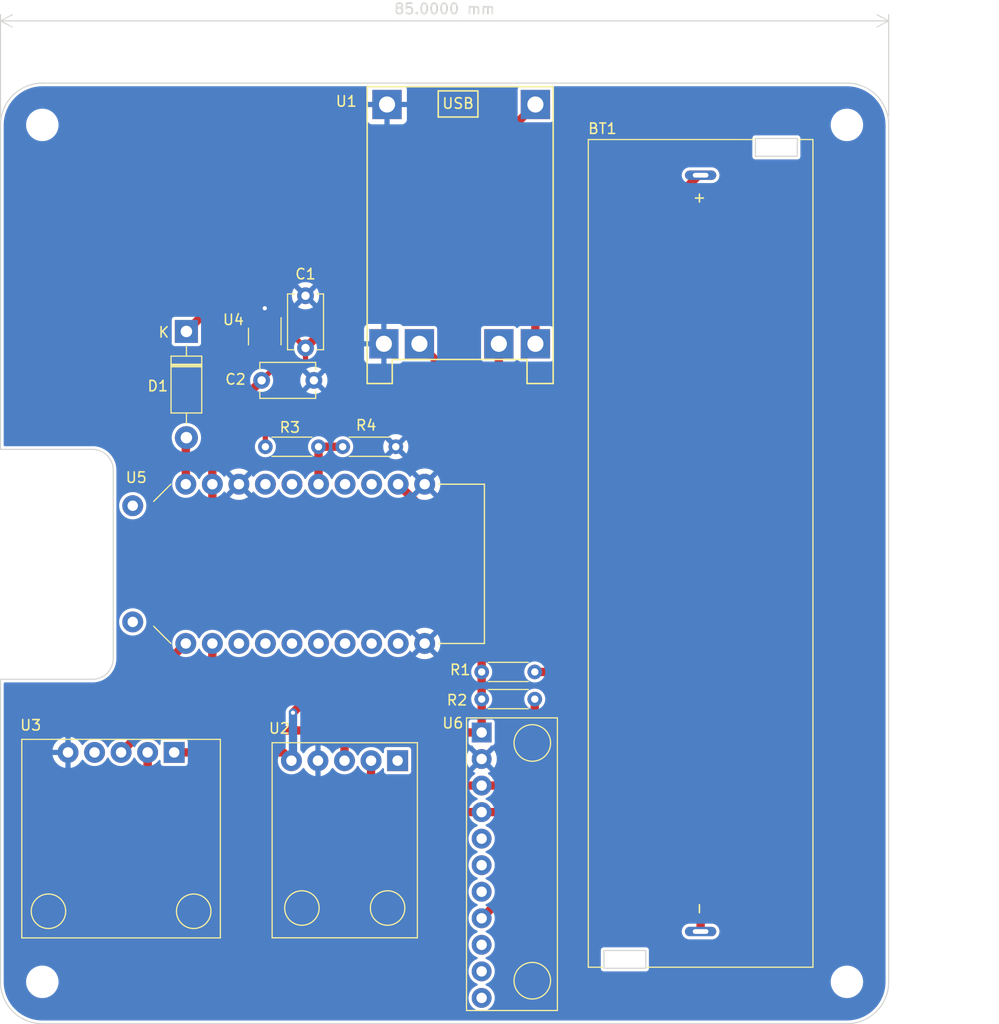
<source format=kicad_pcb>
(kicad_pcb (version 20211014) (generator pcbnew)
  (layers (0 "F.Cu" signal) (31 "B.Cu" power) (34 "B.Paste" user) (35 "F.Paste" user) (36 "B.SilkS" user "B.Silkscreen") (37 "F.SilkS" user "F.Silkscreen") (38 "B.Mask" user) (39 "F.Mask" user) (44 "Edge.Cuts" user))
  (net 0 "")
  (net 1 "VCC")
  (net 2 "GND")
  (net 3 "+3V0")
  (net 4 "Net-(D1-Pad1)")
  (net 5 "VBUS")
  (net 6 "Net-(U1-Pad4)")
  (net 7 "/SDA")
  (net 8 "/SCL")
  (net 9 "Net-(R3-Pad2)")
  (net 15 "/INT1")
  (net 32 "Net-(U1-Pad5)")
  (footprint "MountingHole:MountingHole_2.5mm" (layer "F.Cu") (at 100.012 142.054)
    (fp_text reference "H4" hide)
    (fp_text value "MountingHole" hide)
    (pad "" np_thru_hole circle (at 0 0) (size 2.5 2.5) (drill 2.5) (layers F&B.Cu *.Mask))
  )
  (footprint "MountingHole:MountingHole_2.5mm" (layer "F.Cu") (at 100.012 60.054)
    (fp_text reference "H1" hide)
    (fp_text value "MountingHole" hide)
    (pad "" np_thru_hole circle (at 0 0) (size 2.5 2.5) (drill 2.5) (layers F&B.Cu *.Mask))
  )
  (footprint "Capacitor_THT:C_Disc_D5.1mm_W3.2mm_P5.00mm" (layer "F.Cu") (at 121 84.5)
    (fp_text reference "C2" (at -2.5 -0.1) (layer "F.SilkS"))
    (fp_text value "1u")
    (fp_line (start -0.17 -1.721) (end 5.17 -1.721) (layer "F.SilkS") (width 0.12))
    (fp_line (start -0.17 1.055) (end -0.17 1.721) (layer "F.SilkS") (width 0.12))
    (fp_line (start -0.17 -1.721) (end -0.17 -1.055) (layer "F.SilkS") (width 0.12))
    (fp_line (start 5.17 1.055) (end 5.17 1.721) (layer "F.SilkS") (width 0.12))
    (fp_line (start -0.17 1.721) (end 5.17 1.721) (layer "F.SilkS") (width 0.12))
    (fp_line (start 5.17 -1.721) (end 5.17 -1.055) (layer "F.SilkS") (width 0.12))
    (pad "1" thru_hole circle (at 0 0) (size 1.6 1.6) (drill 0.8) (layers F&B.Cu *.Mask) (net 3 "+3V0"))
    (pad "2" thru_hole circle (at 5 0) (size 1.6 1.6) (drill 0.8) (layers F&B.Cu *.Mask) (net 2 "GND"))
  )
  (footprint "Package_TO_SOT_SMD:SOT-23-5" (layer "F.Cu") (at 121.3 80.3 -90)
    (fp_text reference "U4" (at -1.6 3) (layer "F.SilkS"))
    (fp_text value "BU30TD3WG" hide)
    (fp_line (start 0 -1.56) (end -1.8 -1.56) (layer "F.SilkS") (width 0.12))
    (fp_line (start 0 1.56) (end -0.8 1.56) (layer "F.SilkS") (width 0.12))
    (fp_line (start 0 -1.56) (end 0.8 -1.56) (layer "F.SilkS") (width 0.12))
    (fp_line (start 0 1.56) (end 0.8 1.56) (layer "F.SilkS") (width 0.12))
    (pad "1" smd roundrect (at -1.1375 -0.95 270) (size 1.325 0.6) (layers "F.Cu" "F.Paste" "F.Mask") (net 1 "VCC"))
    (pad "2" smd roundrect (at -1.1375 0 270) (size 1.325 0.6) (layers "F.Cu" "F.Paste" "F.Mask") (net 2 "GND"))
    (pad "3" smd roundrect (at -1.1375 0.95 270) (size 1.325 0.6) (layers "F.Cu" "F.Paste" "F.Mask") (net 1 "VCC"))
    (pad "4" smd roundrect (at 1.1375 0.95 270) (size 1.325 0.6) (layers "F.Cu" "F.Paste" "F.Mask"))
    (pad "5" smd roundrect (at 1.1375 -0.95 270) (size 1.325 0.6) (layers "F.Cu" "F.Paste" "F.Mask") (net 3 "+3V0"))
  )
  (footprint "custom:LIS3DH" (layer "F.Cu") (at 149.305 116.795 -90)
    (fp_text reference "U6" (at 0.505 10.005 unlocked) (layer "F.SilkS"))
    (fp_text value "LIS3DH")
    (fp_line (start 0 8.7) (end 28 8.7) (layer "F.SilkS") (width 0.12))
    (fp_line (start 0 0) (end 0 8.7) (layer "F.SilkS") (width 0.12))
    (fp_line (start 28 8.7) (end 28 0) (layer "F.SilkS") (width 0.12))
    (fp_line (start 0 0) (end 28 0) (layer "F.SilkS") (width 0.12))
    (fp_circle (center 2.4 2.4) (end 4.15 2.4) (layer "F.SilkS") (width 0.12) (fill none))
    (fp_circle (center 25.15 2.4) (end 26.9 2.4) (layer "F.SilkS") (width 0.12) (fill none))
    (pad "1" thru_hole rect (at 1.397 7.25) (size 1.9 1.9) (drill 1) (layers *.Cu *.Mask) (net 3 "+3V0"))
    (pad "2" thru_hole circle (at 3.937 7.25) (size 1.9 1.9) (drill 1) (layers *.Cu *.Mask) (net 2 "GND"))
    (pad "3" thru_hole circle (at 6.477 7.25) (size 1.9 1.9) (drill 1) (layers *.Cu *.Mask) (net 8 "/SCL"))
    (pad "4" thru_hole circle (at 9.017 7.25) (size 1.9 1.9) (drill 1) (layers *.Cu *.Mask) (net 7 "/SDA"))
    (pad "5" thru_hole circle (at 11.557 7.25) (size 1.9 1.9) (drill 1) (layers *.Cu *.Mask))
    (pad "6" thru_hole circle (at 14.097 7.25) (size 1.9 1.9) (drill 1) (layers *.Cu *.Mask))
    (pad "7" thru_hole circle (at 16.637 7.25) (size 1.9 1.9) (drill 1) (layers *.Cu *.Mask))
    (pad "8" thru_hole circle (at 19.177 7.25) (size 1.9 1.9) (drill 1) (layers *.Cu *.Mask) (net 15 "/INT1"))
    (pad "9" thru_hole circle (at 21.717 7.25) (size 1.9 1.9) (drill 1) (layers *.Cu *.Mask))
    (pad "10" thru_hole circle (at 24.257 7.25) (size 1.9 1.9) (drill 1) (layers *.Cu *.Mask))
    (pad "11" thru_hole circle (at 26.797 7.25) (size 1.9 1.9) (drill 1) (layers *.Cu *.Mask))
  )
  (footprint "custom:BH1750" (layer "F.Cu") (at 135.905 137.8395 180)
    (fp_text reference "U2" (at 13.205 20.0395 unlocked) (layer "F.SilkS"))
    (fp_text value "BH1750")
    (fp_line (start 0 0) (end 0 18.669) (layer "F.SilkS") (width 0.12))
    (fp_line (start 0 18.669) (end 13.9 18.669) (layer "F.SilkS") (width 0.12))
    (fp_line (start 13.9 0) (end 13.9 18.669) (layer "F.SilkS") (width 0.12))
    (fp_line (start 0 0) (end 13.9 0) (layer "F.SilkS") (width 0.12))
    (fp_circle (center 2.85 2.85) (end 4.5 2.85) (layer "F.SilkS") (width 0.12) (fill none))
    (fp_circle (center 11.05 2.85) (end 12.7 2.85) (layer "F.SilkS") (width 0.12) (fill none))
    (pad "1" thru_hole rect (at 1.893 16.95 270) (size 2 2) (drill 1) (layers *.Cu *.Mask))
    (pad "2" thru_hole oval (at 4.433 16.95 270) (size 2 2) (drill 1) (layers *.Cu *.Mask) (net 7 "/SDA"))
    (pad "3" thru_hole oval (at 6.973 16.95 270) (size 2 2) (drill 1) (layers *.Cu *.Mask) (net 8 "/SCL"))
    (pad "4" thru_hole oval (at 9.513 16.95 270) (size 2 2) (drill 1) (layers *.Cu *.Mask) (net 2 "GND"))
    (pad "5" thru_hole oval (at 12.053 16.95 270) (size 2 2) (drill 1) (layers *.Cu *.Mask) (net 3 "+3V0"))
  )
  (footprint "custom:KLS5-18650-005" (layer "F.Cu") (at 163.012 101.054 -90)
    (fp_text reference "BT1" (at -40.64 9.398 unlocked) (layer "F.SilkS"))
    (fp_text value "3.7V Li-ion")
    (fp_line (start -39.6 -10.75) (end 39.6 -10.75) (layer "F.SilkS") (width 0.12))
    (fp_line (start -39.6 10.75) (end 39.6 10.75) (layer "F.SilkS") (width 0.12))
    (fp_line (start 39.6 -10.75) (end 39.6 5.08) (layer "F.SilkS") (width 0.12))
    (fp_line (start -39.5986 -5.0546) (end -39.6 10.75) (layer "F.SilkS") (width 0.12))
    (fp_line (start -39.6 -10.75) (end -39.5986 -9.4234) (layer "F.SilkS") (width 0.12))
    (fp_line (start 39.6 9.398) (end 39.6 10.75) (layer "F.SilkS") (width 0.12))
    (fp_rect (start 39.7 9.25) (end 38 5.25) (layer "Edge.Cuts") (width 0.1) (fill none))
    (fp_rect (start -39.7 -9.25) (end -38 -5.25) (layer "Edge.Cuts") (width 0.1) (fill none))
    (pad "1" thru_hole oval (at -36.185 0 270) (size 0.9 3) (drill oval 0.45 1.5) (layers F&B.Cu *.Mask) (net 6 "Net-(U1-Pad4)"))
    (pad "2" thru_hole oval (at 36.185 0 270) (size 0.9 3) (drill oval 0.45 1.5) (layers F&B.Cu *.Mask) (net 32 "Net-(U1-Pad5)"))
  )
  (footprint "MountingHole:MountingHole_2.5mm" (layer "F.Cu") (at 177.012 142.054)
    (fp_text reference "H3" hide)
    (fp_text value "MountingHole" hide)
    (pad "" np_thru_hole circle (at 0 0) (size 2.5 2.5) (drill 2.5) (layers F&B.Cu *.Mask))
  )
  (footprint "Resistor_THT:R_Axial_DIN0204_L3.6mm_D1.6mm_P5.08mm_Horizontal" (layer "F.Cu") (at 147.14 115 180)
    (fp_text reference "R2" (at 7.44 -0.1 180) (layer "F.SilkS"))
    (fp_text value "4.7k")
    (fp_line (start 0.62 -0.92) (end 4.46 -0.92) (layer "F.SilkS") (width 0.12))
    (fp_line (start 0.62 0.92) (end 4.46 0.92) (layer "F.SilkS") (width 0.12))
    (pad "1" thru_hole circle (at 0 0 180) (size 1.4 1.4) (drill 0.7) (layers *.Cu *.Mask) (net 8 "/SCL"))
    (pad "2" thru_hole oval (at 5.08 0 180) (size 1.4 1.4) (drill 0.7) (layers *.Cu *.Mask) (net 3 "+3V0"))
  )
  (footprint "MountingHole:MountingHole_2.5mm" (layer "F.Cu") (at 177.012 60.054)
    (fp_text reference "H2" hide)
    (fp_text value "MountingHole" hide)
    (pad "" np_thru_hole circle (at 0 0) (size 2.5 2.5) (drill 2.5) (layers F&B.Cu *.Mask))
  )
  (footprint "Resistor_THT:R_Axial_DIN0204_L3.6mm_D1.6mm_P5.08mm_Horizontal" (layer "F.Cu") (at 133.84 90.85 180)
    (fp_text reference "R4" (at 2.84 2.05 180) (layer "F.SilkS"))
    (fp_text value "100k")
    (fp_line (start 0.62 0.92) (end 4.46 0.92) (layer "F.SilkS") (width 0.12))
    (fp_line (start 0.62 -0.92) (end 4.46 -0.92) (layer "F.SilkS") (width 0.12))
    (pad "1" thru_hole circle (at 0 0 180) (size 1.4 1.4) (drill 0.7) (layers *.Cu *.Mask) (net 2 "GND"))
    (pad "2" thru_hole oval (at 5.08 0 180) (size 1.4 1.4) (drill 0.7) (layers *.Cu *.Mask) (net 9 "Net-(R3-Pad2)"))
  )
  (footprint "Resistor_THT:R_Axial_DIN0204_L3.6mm_D1.6mm_P5.08mm_Horizontal" (layer "F.Cu") (at 121.36 90.85)
    (fp_text reference "R3" (at 2.34 -1.85) (layer "F.SilkS"))
    (fp_text value "100k")
    (fp_line (start 0.62 0.92) (end 4.46 0.92) (layer "F.SilkS") (width 0.12))
    (fp_line (start 0.62 -0.92) (end 4.46 -0.92) (layer "F.SilkS") (width 0.12))
    (pad "1" thru_hole circle (at 0 0) (size 1.4 1.4) (drill 0.7) (layers *.Cu *.Mask) (net 1 "VCC"))
    (pad "2" thru_hole oval (at 5.08 0) (size 1.4 1.4) (drill 0.7) (layers *.Cu *.Mask) (net 9 "Net-(R3-Pad2)"))
  )
  (footprint "custom:MODULE_NRF52840-DONGLE" (layer "F.Cu") (at 119.3 102.054 180)
    (fp_text reference "U5" (at 10.3 8.254) (layer "F.SilkS"))
    (fp_text value "NRF52840-DONGLE")
    (fp_line (start -23.02 7.62) (end -18.65 7.62) (layer "F.SilkS") (width 0.127))
    (fp_line (start 6.985 -7.62) (end 8.636 -5.969) (layer "F.SilkS") (width 0.12))
    (fp_line (start -23.02 -7.62) (end -23.02 7.62) (layer "F.SilkS") (width 0.127))
    (fp_line (start 6.985 7.62) (end 8.636 5.969) (layer "F.SilkS") (width 0.12))
    (fp_line (start -18.65 -7.62) (end -23.02 -7.62) (layer "F.SilkS") (width 0.127))
    (pad "0.02" thru_hole circle (at -7.145 7.62 180) (size 2 2) (drill 1) (layers F&B.Cu *.Mask) (net 9 "Net-(R3-Pad2)"))
    (pad "0.09" thru_hole circle (at -12.225 -7.62 180) (size 2 2) (drill 1) (layers F&B.Cu *.Mask))
    (pad "0.10" thru_hole circle (at -14.765 -7.62 180) (size 2 2) (drill 1) (layers F&B.Cu *.Mask))
    (pad "0.13" thru_hole circle (at 5.555 -7.62 180) (size 2 2) (drill 1) (layers F&B.Cu *.Mask) (net 7 "/SDA"))
    (pad "0.15" thru_hole circle (at 3.015 -7.62 180) (size 2 2) (drill 1) (layers F&B.Cu *.Mask) (net 8 "/SCL"))
    (pad "0.17" thru_hole circle (at 0.475 -7.62 180) (size 2 2) (drill 1) (layers F&B.Cu *.Mask))
    (pad "0.20" thru_hole circle (at -2.065 -7.62 180) (size 2 2) (drill 1) (layers F&B.Cu *.Mask))
    (pad "0.22" thru_hole circle (at -4.605 -7.62 180) (size 2 2) (drill 1) (layers F&B.Cu *.Mask))
    (pad "0.24" thru_hole circle (at -7.145 -7.62 180) (size 2 2) (drill 1) (layers F&B.Cu *.Mask))
    (pad "0.29" thru_hole circle (at -4.605 7.62 180) (size 2 2) (drill 1) (layers F&B.Cu *.Mask))
    (pad "0.31" thru_hole circle (at -2.065 7.62 180) (size 2 2) (drill 1) (layers F&B.Cu *.Mask))
    (pad "1.00" thru_hole circle (at -9.685 -7.62 180) (size 2 2) (drill 1) (layers F&B.Cu *.Mask))
    (pad "1.10" thru_hole circle (at -14.765 7.62 180) (size 2 2) (drill 1) (layers F&B.Cu *.Mask) (net 15 "/INT1"))
    (pad "1.13" thru_hole circle (at -12.225 7.62 180) (size 2 2) (drill 1) (layers F&B.Cu *.Mask))
    (pad "1.15" thru_hole circle (at -9.685 7.62 180) (size 2 2) (drill 1) (layers F&B.Cu *.Mask))
    (pad "G1" thru_hole circle (at -17.305 -7.62 180) (size 2 2) (drill 1) (layers F&B.Cu *.Mask) (net 2 "GND"))
    (pad "G2" thru_hole circle (at -17.305 7.62 180) (size 2 2) (drill 1) (layers F&B.Cu *.Mask) (net 2 "GND"))
    (pad "G3" thru_hole circle (at 0.475 7.62 180) (size 2 2) (drill 1) (layers F&B.Cu *.Mask) (net 2 "GND"))
    (pad "OUT" thru_hole circle (at 3.015 7.62 180) (size 2 2) (drill 1) (layers F&B.Cu *.Mask) (net 3 "+3V0"))
    (pad "SWDCLK" thru_hole circle (at 10.635 5.56 180) (size 2 2) (drill 1) (layers F&B.Cu *.Mask))
    (pad "SWDIO" thru_hole circle (at 10.635 -5.56 180) (size 2 2) (drill 1) (layers F&B.Cu *.Mask))
    (pad "VBUS" thru_hole circle (at 5.555 7.62 180) (size 2 2) (drill 1) (layers F&B.Cu *.Mask) (net 5 "VBUS"))
  )
  (footprint "custom:BME688" (layer "F.Cu") (at 107.55 128.35 180)
    (fp_text reference "U3" (at 8.65 10.85 unlocked) (layer "F.SilkS"))
    (fp_text value "BME688")
    (fp_line (start -9.5 9.5) (end 9.5 9.5) (layer "F.SilkS") (width 0.12))
    (fp_line (start 9.5 -9.5) (end 9.5 9.5) (layer "F.SilkS") (width 0.12))
    (fp_line (start -9.5 -9.5) (end -9.5 9.5) (layer "F.SilkS") (width 0.12))
    (fp_line (start -9.5 -9.5) (end 9.5 -9.5) (layer "F.SilkS") (width 0.12))
    (fp_circle (center 6.95 -6.95) (end 8.6 -6.95) (layer "F.SilkS") (width 0.12) (fill none))
    (fp_circle (center -6.95 -6.95) (end -5.3 -6.95) (layer "F.SilkS") (width 0.12) (fill none))
    (pad "1" thru_hole rect (at -5.08 8.25 270) (size 2 2) (drill 1) (layers *.Cu *.Mask) (net 3 "+3V0"))
    (pad "2" thru_hole oval (at -2.54 8.25 270) (size 2 2) (drill 1) (layers *.Cu *.Mask) (net 7 "/SDA"))
    (pad "3" thru_hole oval (at 0 8.25 270) (size 2 2) (drill 1) (layers *.Cu *.Mask) (net 8 "/SCL"))
    (pad "4" thru_hole oval (at 2.54 8.25 270) (size 2 2) (drill 1) (layers *.Cu *.Mask))
    (pad "5" thru_hole oval (at 5.08 8.25 270) (size 2 2) (drill 1) (layers *.Cu *.Mask) (net 2 "GND"))
  )
  (footprint "custom:TP4056-18650" (layer "F.Cu") (at 148.9 56.4 -90)
    (fp_text reference "U1" (at 1.4 19.8) (layer "F.SilkS"))
    (fp_text value "TP4056")
    (fp_text user "USB" (at 1.6 9.1) (layer "F.SilkS"))
    (fp_line (start 28.4 15.4) (end 28.4 15.7) (layer "F.SilkS") (width 0.15))
    (fp_line (start 26.1 2.5) (end 26.1 15.4) (layer "F.SilkS") (width 0.15))
    (fp_line (start 2.9 11) (end 0.4 11) (layer "F.SilkS") (width 0.15))
    (fp_line (start 0.4 7.2) (end 2.9 7.2) (layer "F.SilkS") (width 0.15))
    (fp_line (start 28.4 17.8) (end 0 17.8) (layer "F.SilkS") (width 0.15))
    (fp_line (start 26.3 0) (end 28.4 0) (layer "F.SilkS") (width 0.15))
    (fp_line (start 0 0) (end 26.3 0) (layer "F.SilkS") (width 0.15))
    (fp_line (start 28.4 0) (end 28.4 2.5) (layer "F.SilkS") (width 0.15))
    (fp_line (start 28.4 2.5) (end 26.1 2.5) (layer "F.SilkS") (width 0.15))
    (fp_line (start 28.4 15.7) (end 28.4 17.8) (layer "F.SilkS") (width 0.15))
    (fp_line (start 2.9 7.2) (end 2.9 11) (layer "F.SilkS") (width 0.15))
    (fp_line (start 26.1 15.4) (end 26.4 15.4) (layer "F.SilkS") (width 0.15))
    (fp_line (start 0 17.8) (end 0 0) (layer "F.SilkS") (width 0.15))
    (fp_line (start 26.3 15.4) (end 28.4 15.4) (layer "F.SilkS") (width 0.15))
    (fp_line (start 0.4 11) (end 0.4 7.3) (layer "F.SilkS") (width 0.15))
    (pad "1" thru_hole rect (at 1.7 1.7 270) (size 2.8 2.8) (drill 1.54) (layers F&B.Cu *.Mask) (net 4 "Net-(D1-Pad1)"))
    (pad "2" thru_hole rect (at 1.7 15.9 270) (size 2.8 2.8) (drill 1.54) (layers F&B.Cu *.Mask) (net 2 "GND"))
    (pad "3" thru_hole rect (at 24.6 1.7 270) (size 2.8 2.8) (drill 1.54) (layers F&B.Cu *.Mask) (net 1 "VCC"))
    (pad "4" thru_hole rect (at 24.6 5.2 270) (size 2.8 2.8) (drill 1.54) (layers F&B.Cu *.Mask) (net 6 "Net-(U1-Pad4)"))
    (pad "5" thru_hole rect (at 24.6 12.8 270) (size 2.8 2.8) (drill 1.54) (layers F&B.Cu *.Mask) (net 32 "Net-(U1-Pad5)"))
    (pad "6" thru_hole rect (at 24.6 16.2 270) (size 2.8 2.8) (drill 1.54) (layers F&B.Cu *.Mask) (net 2 "GND"))
  )
  (footprint "Capacitor_THT:C_Disc_D5.1mm_W3.2mm_P5.00mm" (layer "F.Cu") (at 125.2 81.4 90)
    (fp_text reference "C1" (at 7.072 0) (layer "F.SilkS"))
    (fp_text value "1u")
    (fp_line (start -0.17 1.721) (end 5.17 1.721) (layer "F.SilkS") (width 0.12))
    (fp_line (start 5.17 -1.721) (end 5.17 -1.055) (layer "F.SilkS") (width 0.12))
    (fp_line (start -0.17 -1.721) (end 5.17 -1.721) (layer "F.SilkS") (width 0.12))
    (fp_line (start -0.17 -1.721) (end -0.17 -1.055) (layer "F.SilkS") (width 0.12))
    (fp_line (start 5.17 1.055) (end 5.17 1.721) (layer "F.SilkS") (width 0.12))
    (fp_line (start -0.17 1.055) (end -0.17 1.721) (layer "F.SilkS") (width 0.12))
    (pad "1" thru_hole circle (at 0 0 90) (size 1.6 1.6) (drill 0.8) (layers F&B.Cu *.Mask) (net 1 "VCC"))
    (pad "2" thru_hole circle (at 5 0 90) (size 1.6 1.6) (drill 0.8) (layers F&B.Cu *.Mask) (net 2 "GND"))
  )
  (footprint "Resistor_THT:R_Axial_DIN0204_L3.6mm_D1.6mm_P5.08mm_Horizontal" (layer "F.Cu") (at 142.06 112.4)
    (fp_text reference "R1" (at -2.06 -0.2) (layer "F.SilkS"))
    (fp_text value "4.7k")
    (fp_line (start 0.62 0.92) (end 4.46 0.92) (layer "F.SilkS") (width 0.12))
    (fp_line (start 0.62 -0.92) (end 4.46 -0.92) (layer "F.SilkS") (width 0.12))
    (pad "1" thru_hole circle (at 0 0) (size 1.4 1.4) (drill 0.7) (layers *.Cu *.Mask) (net 3 "+3V0"))
    (pad "2" thru_hole oval (at 5.08 0) (size 1.4 1.4) (drill 0.7) (layers *.Cu *.Mask) (net 7 "/SDA"))
  )
  (footprint "Diode_THT:D_DO-41_SOD81_P10.16mm_Horizontal" (layer "F.Cu") (at 113.8 79.82 -90)
    (fp_text reference "D1" (at 5.22 2.74) (layer "F.SilkS"))
    (fp_text value "1N5817" hide)
    (fp_text user "K" (at 0.08 2.16) (layer "F.SilkS"))
    (fp_line (start 1.34 0) (end 2.36 0) (layer "F.SilkS") (width 0.12))
    (fp_line (start 7.8 1.47) (end 7.8 -1.47) (layer "F.SilkS") (width 0.12))
    (fp_line (start 3.14 -1.47) (end 3.14 1.47) (layer "F.SilkS") (width 0.12))
    (fp_line (start 2.36 -1.47) (end 2.36 1.47) (layer "F.SilkS") (width 0.12))
    (fp_line (start 3.38 -1.47) (end 3.38 1.47) (layer "F.SilkS") (width 0.12))
    (fp_line (start 3.26 -1.47) (end 3.26 1.47) (layer "F.SilkS") (width 0.12))
    (fp_line (start 2.36 1.47) (end 7.8 1.47) (layer "F.SilkS") (width 0.12))
    (fp_line (start 8.82 0) (end 7.8 0) (layer "F.SilkS") (width 0.12))
    (fp_line (start 7.8 -1.47) (end 2.36 -1.47) (layer "F.SilkS") (width 0.12))
    (pad "1" thru_hole rect (at 0 0 270) (size 2.2 2.2) (drill 1.1) (layers F&B.Cu *.Mask) (net 4 "Net-(D1-Pad1)"))
    (pad "2" thru_hole oval (at 10.16 0 270) (size 2.2 2.2) (drill 1.1) (layers F&B.Cu *.Mask) (net 5 "VBUS"))
  )
  (gr_arc (start 96.012 60.054) (mid 97.183573 57.225573) (end 100.012 56.054) (layer "Edge.Cuts") (width 0.1))
  (gr_arc (start 177.012 56.054) (mid 179.840427 57.225573) (end 181.012 60.054) (layer "Edge.Cuts") (width 0.1))
  (gr_line (start 181.012 60.054) (end 181.012 142.054) (layer "Edge.Cuts") (width 0.1))
  (gr_arc (start 104.8 91.1) (mid 106.214214 91.685786) (end 106.8 93.1) (layer "Edge.Cuts") (width 0.1))
  (gr_line (start 106.8 93.1) (end 106.8 111.1) (layer "Edge.Cuts") (width 0.1))
  (gr_line (start 96.012 142.054) (end 96.012 113.1) (layer "Edge.Cuts") (width 0.1))
  (gr_line (start 96.012 113.1) (end 104.8 113.1) (layer "Edge.Cuts") (width 0.1))
  (gr_arc (start 181.012 142.054) (mid 179.840427 144.882427) (end 177.012 146.054) (layer "Edge.Cuts") (width 0.1))
  (gr_line (start 96.012 60.054) (end 96.012 91.1) (layer "Edge.Cuts") (width 0.1))
  (gr_line (start 96.012 91.1) (end 104.8 91.1) (layer "Edge.Cuts") (width 0.1))
  (gr_line (start 100.012 56.054) (end 177.012 56.054) (layer "Edge.Cuts") (width 0.1))
  (gr_line (start 177.012 146.054) (end 100.012 146.054) (layer "Edge.Cuts") (width 0.1))
  (gr_arc (start 106.8 111.1) (mid 106.214214 112.514214) (end 104.8 113.1) (layer "Edge.Cuts") (width 0.1))
  (gr_arc (start 100.012 146.054) (mid 97.183573 144.882427) (end 96.012 142.054) (layer "Edge.Cuts") (width 0.1))
  (gr_text "v1.0" (at 106.84 63.89) (layer "F.Cu") (effects (font (size 1.5 1.5) (thickness 0.3))))
  (gr_text "+" (at 162.824 67.054 90) (layer "F.SilkS") (effects (font (size 1 1))))
  (gr_text "-\n" (at 162.824 135.054 90) (layer "F.SilkS") (effects (font (size 1 1))))
  (dimension (type aligned) (layer "Edge.Cuts") (pts (xy 96.012 60.054) (xy 181.012 60.054)) (height -9.954) (gr_text "85.0000 mm" (at 138.512 48.95) (layer "Edge.Cuts") (effects (font (size 1 1) (thickness 0.15)))) (format (units 3) (units_format 1) (precision 4)) (style (thickness 0.1) (arrow_length 1.27) (text_position_mode 0) (extension_height 0.58642) (extension_offset 0.5) keep_text_aligned))
  (segment (start 125.2 82.7) (end 121.36 86.54) (width 0.5) (layer "F.Cu") (net 1))
  (segment (start 122.25 79.1625) (end 122.9725 79.1625) (width 0.5) (layer "F.Cu") (net 1))
  (segment (start 129.46 77.14) (end 125.2 81.4) (width 0.8) (layer "F.Cu") (net 1))
  (segment (start 121.36 86.54) (end 121.36 90.85) (width 0.5) (layer "F.Cu") (net 1))
  (segment (start 120.9 76.5) (end 121.7 76.5) (width 0.5) (layer "F.Cu") (net 1))
  (segment (start 122.25 77.05) (end 122.25 79.1625) (width 0.5) (layer "F.Cu") (net 1))
  (segment (start 122.9725 79.1725) (end 125.2 81.4) (width 0.5) (layer "F.Cu") (net 1))
  (segment (start 120.35 79.1625) (end 120.35 77.05) (width 0.5) (layer "F.Cu") (net 1))
  (segment (start 120.35 77.05) (end 120.9 76.5) (width 0.5) (layer "F.Cu") (net 1))
  (segment (start 147.2 79.08) (end 145.26 77.14) (width 0.8) (layer "F.Cu") (net 1))
  (segment (start 147.2 81) (end 147.2 79.08) (width 0.8) (layer "F.Cu") (net 1))
  (segment (start 122.9725 79.1625) (end 122.9725 79.1725) (width 0.5) (layer "F.Cu") (net 1))
  (segment (start 121.7 76.5) (end 122.25 77.05) (width 0.5) (layer "F.Cu") (net 1))
  (segment (start 145.26 77.14) (end 129.46 77.14) (width 0.8) (layer "F.Cu") (net 1))
  (segment (start 125.2 81.4) (end 125.2 82.7) (width 0.5) (layer "F.Cu") (net 1))
  (segment (start 121.3 79.1625) (end 121.3 77.6) (width 0.5) (layer "F.Cu") (net 2))
  (via (at 121.3 77.6) (size 0.8) (drill 0.4) (layers "F.Cu" "B.Cu") (net 2))
  (segment (start 142.055 104.855) (end 142.055 118.192) (width 0.8) (layer "F.Cu") (net 3))
  (segment (start 116.285 94.434) (end 116.285 89.215) (width 0.8) (layer "F.Cu") (net 3))
  (segment (start 118.5 101.4) (end 138.6 101.4) (width 0.8) (layer "F.Cu") (net 3))
  (segment (start 112.63 120.1) (end 123.0625 120.1) (width 0.8) (layer "F.Cu") (net 3))
  (segment (start 122.25 81.4375) (end 122.25 83.25) (width 0.5) (layer "F.Cu") (net 3))
  (segment (start 122.25 83.25) (end 121 84.5) (width 0.5) (layer "F.Cu") (net 3))
  (segment (start 124.9 115.4) (end 124 116.3) (width 0.8) (layer "F.Cu") (net 3))
  (segment (start 123.0625 120.1) (end 123.852 120.8895) (width 0.8) (layer "F.Cu") (net 3))
  (segment (start 116.285 94.434) (end 116.285 99.185) (width 0.8) (layer "F.Cu") (net 3))
  (segment (start 116.285 99.185) (end 118.5 101.4) (width 0.8) (layer "F.Cu") (net 3))
  (segment (start 142.055 118.192) (end 138.792 118.192) (width 0.8) (layer "F.Cu") (net 3))
  (segment (start 136 115.4) (end 126.2 115.4) (width 0.8) (layer "F.Cu") (net 3))
  (segment (start 138.6 101.4) (end 142.055 104.855) (width 0.8) (layer "F.Cu") (net 3))
  (segment (start 138.792 118.192) (end 136 115.4) (width 0.8) (layer "F.Cu") (net 3))
  (segment (start 116.285 89.215) (end 121 84.5) (width 0.8) (layer "F.Cu") (net 3))
  (segment (start 126.2 115.4) (end 124.9 115.4) (width 0.8) (layer "F.Cu") (net 3))
  (via (at 124 116.3) (size 0.8) (drill 0.4) (layers "F.Cu" "B.Cu") (net 3))
  (segment (start 124 120.7415) (end 123.852 120.8895) (width 0.8) (layer "B.Cu") (net 3))
  (segment (start 124 116.3) (end 124 120.7415) (width 0.8) (layer "B.Cu") (net 3))
  (segment (start 141.5 63.8) (end 147.2 58.1) (width 0.8) (layer "F.Cu") (net 4))
  (segment (start 113.8 79.82) (end 129.82 63.8) (width 0.8) (layer "F.Cu") (net 4))
  (segment (start 129.82 63.8) (end 141.5 63.8) (width 0.8) (layer "F.Cu") (net 4))
  (segment (start 113.745 90.035) (end 113.8 89.98) (width 0.8) (layer "F.Cu") (net 5))
  (segment (start 113.745 94.434) (end 113.745 90.035) (width 0.8) (layer "F.Cu") (net 5))
  (segment (start 145.52 85.13) (end 143.7 83.31) (width 0.8) (layer "F.Cu") (net 6))
  (segment (start 150.8 76.9) (end 162.831 64.869) (width 0.8) (layer "F.Cu") (net 6))
  (segment (start 143.7 83.31) (end 143.7 81) (width 0.8) (layer "F.Cu") (net 6))
  (segment (start 150.8 76.9) (end 150.8 83.24) (width 0.8) (layer "F.Cu") (net 6))
  (segment (start 162.831 64.869) (end 163.012 64.869) (width 0.8) (layer "F.Cu") (net 6))
  (segment (start 148.91 85.13) (end 145.52 85.13) (width 0.8) (layer "F.Cu") (net 6))
  (segment (start 150.8 83.24) (end 148.91 85.13) (width 0.8) (layer "F.Cu") (net 6))
  (segment (start 110.7 123.6) (end 130.844 123.6) (width 0.8) (layer "F.Cu") (net 7))
  (segment (start 148.6 112.4) (end 149.5 113.3) (width 0.8) (layer "F.Cu") (net 7))
  (segment (start 130.844 123.6) (end 131.472 122.972) (width 0.8) (layer "F.Cu") (net 7))
  (segment (start 147.388 125.812) (end 142.055 125.812) (width 0.8) (layer "F.Cu") (net 7))
  (segment (start 110.09 120.1) (end 110.09 121.61) (width 0.8) (layer "F.Cu") (net 7))
  (segment (start 149.5 113.3) (end 149.5 123.7) (width 0.8) (layer "F.Cu") (net 7))
  (segment (start 149.5 123.7) (end 147.388 125.812) (width 0.8) (layer "F.Cu") (net 7))
  (segment (start 100 118.7) (end 101.6 117.1) (width 0.8) (layer "F.Cu") (net 7))
  (segment (start 106.319 117.1) (end 113.745 109.674) (width 0.8) (layer "F.Cu") (net 7))
  (segment (start 134.312 125.812) (end 131.472 122.972) (width 0.8) (layer "F.Cu") (net 7))
  (segment (start 142.055 125.812) (end 134.312 125.812) (width 0.8) (layer "F.Cu") (net 7))
  (segment (start 101.6 117.1) (end 106.319 117.1) (width 0.8) (layer "F.Cu") (net 7))
  (segment (start 100 123) (end 100 118.7) (width 0.8) (layer "F.Cu") (net 7))
  (segment (start 100.8 123.8) (end 100 123) (width 0.8) (layer "F.Cu") (net 7))
  (segment (start 110.09 120.1) (end 110.09 122.99) (width 0.8) (layer "F.Cu") (net 7))
  (segment (start 107.9 123.8) (end 100.8 123.8) (width 0.8) (layer "F.Cu") (net 7))
  (segment (start 131.472 122.972) (end 131.472 120.8895) (width 0.8) (layer "F.Cu") (net 7))
  (segment (start 110.09 122.99) (end 110.7 123.6) (width 0.8) (layer "F.Cu") (net 7))
  (segment (start 110.09 121.61) (end 107.9 123.8) (width 0.8) (layer "F.Cu") (net 7))
  (segment (start 147.14 112.4) (end 148.6 112.4) (width 0.8) (layer "F.Cu") (net 7))
  (segment (start 130 117.5) (end 129.65 117.85) (width 0.8) (layer "F.Cu") (net 8))
  (segment (start 147.14 119.86) (end 143.728 123.272) (width 0.8) (layer "F.Cu") (net 8))
  (segment (start 129.5 118) (end 129.65 117.85) (width 0.8) (layer "F.Cu") (net 8))
  (segment (start 129.65 117.85) (end 128.932 118.568) (width 0.8) (layer "F.Cu") (net 8))
  (segment (start 139.072 123.272) (end 136.5 120.7) (width 0.8) (layer "F.Cu") (net 8))
  (segment (start 143.728 123.272) (end 142.055 123.272) (width 0.8) (layer "F.Cu") (net 8))
  (segment (start 116.285 111.515) (end 109.8 118) (width 0.8) (layer "F.Cu") (net 8))
  (segment (start 109.65 118) (end 129.5 118) (width 0.8) (layer "F.Cu") (net 8))
  (segment (start 136.5 118.5) (end 135.5 117.5) (width 0.8) (layer "F.Cu") (net 8))
  (segment (start 135.5 117.5) (end 130 117.5) (width 0.8) (layer "F.Cu") (net 8))
  (segment (start 136.5 120.7) (end 136.5 118.5) (width 0.8) (layer "F.Cu") (net 8))
  (segment (start 107.55 120.1) (end 109.65 118) (width 0.8) (layer "F.Cu") (net 8))
  (segment (start 109.8 118) (end 109.65 118) (width 0.8) (layer "F.Cu") (net 8))
  (segment (start 142.055 123.272) (end 139.072 123.272) (width 0.8) (layer "F.Cu") (net 8))
  (segment (start 116.285 109.674) (end 116.285 111.515) (width 0.8) (layer "F.Cu") (net 8))
  (segment (start 147.14 115) (end 147.14 119.86) (width 0.8) (layer "F.Cu") (net 8))
  (segment (start 128.932 118.568) (end 128.932 120.8895) (width 0.8) (layer "F.Cu") (net 8))
  (segment (start 126.445 94.434) (end 126.445 90.855) (width 0.8) (layer "F.Cu") (net 9))
  (segment (start 126.445 90.855) (end 126.44 90.85) (width 0.8) (layer "F.Cu") (net 9))
  (segment (start 128.76 90.85) (end 126.44 90.85) (width 0.8) (layer "F.Cu") (net 9))
  (segment (start 152.8 110.9) (end 152.8 125.227) (width 0.8) (layer "F.Cu") (net 15))
  (segment (start 134.065 94.434) (end 139.231 99.6) (width 0.8) (layer "F.Cu") (net 15))
  (segment (start 141.5 99.6) (end 152.8 110.9) (width 0.8) (layer "F.Cu") (net 15))
  (segment (start 152.8 125.227) (end 142.055 135.972) (width 0.8) (layer "F.Cu") (net 15))
  (segment (start 139.231 99.6) (end 141.5 99.6) (width 0.8) (layer "F.Cu") (net 15))
  (segment (start 163.012 107.912) (end 136.1 81) (width 0.8) (layer "F.Cu") (net 32))
  (segment (start 163.012 137.239) (end 163.012 107.912) (width 0.8) (layer "F.Cu") (net 32))
  (zone (net 2) (net_name "GND") (layer "B.Cu") (connect_pads (clearance 0.3)) (min_thickness 0.2) (fill yes (thermal_gap 0.5) (thermal_bridge_width 0.5))
    (polygon (pts (xy 181.012 146.054) (xy 96.012 146.054) (xy 96.012 56.054) (xy 181.012 56.054)))
  )
)
</source>
